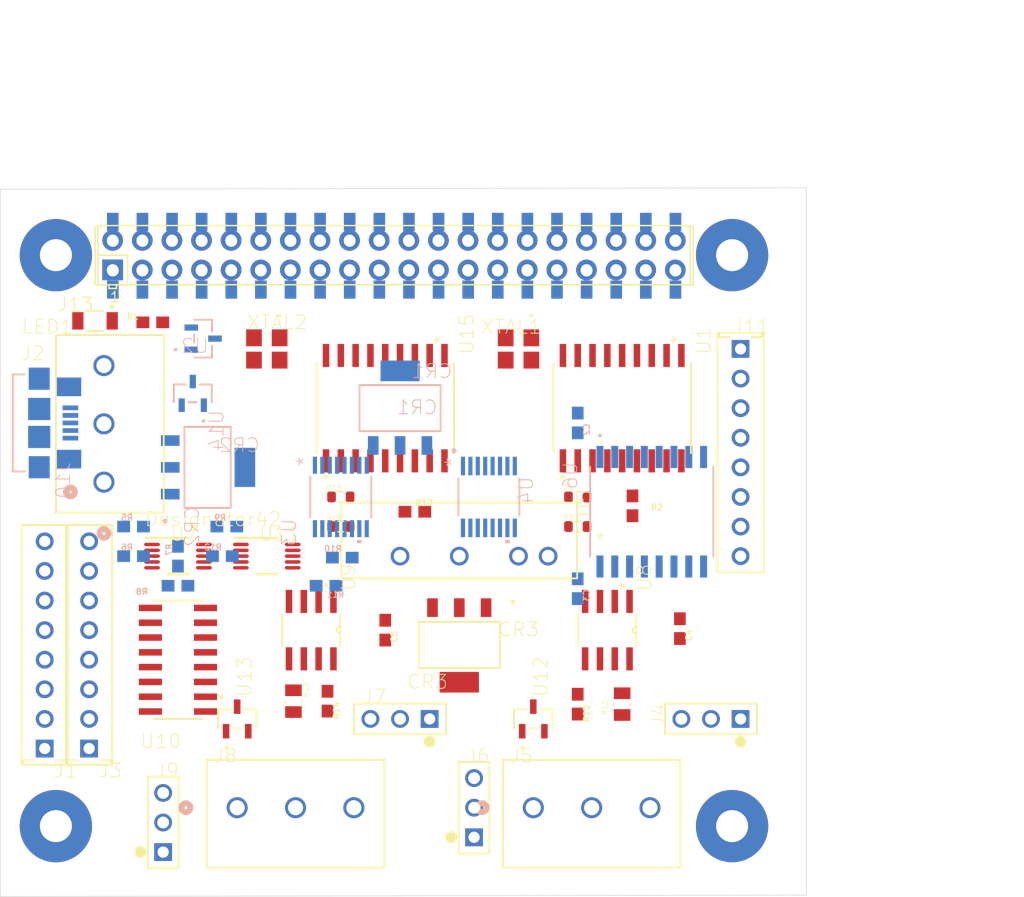
<source format=kicad_pcb>
(kicad_pcb (version 20221018) (generator pcbnew)
  (layers (0 "F.Cu" signal) (31 "B.Cu" signal) (34 "B.Paste" user) (35 "F.Paste" user) (36 "B.SilkS" user "B.Silkscreen") (37 "F.SilkS" user "F.Silkscreen") (38 "B.Mask" user) (39 "F.Mask" user) (44 "Edge.Cuts" user))
  (net 0 "")
  (net 1 "GND")
  (net 2 "N$5")
  (net 3 "SPI0_CE0")
  (net 4 "SPI0_MISO")
  (net 5 "SPI0_MOSI")
  (net 6 "SPI0_SCK")
  (net 7 "CAN0_INT")
  (net 8 "+3V3")
  (net 9 "N$6")
  (net 10 "N$7")
  (net 11 "V+")
  (net 12 "GNDA")
  (net 13 "TXD0")
  (net 14 "RXD0")
  (net 15 "RXD1")
  (net 16 "TXD0B")
  (net 17 "TXD1B")
  (net 18 "RXD0B")
  (net 19 "RXD1B")
  (net 20 "N$8")
  (net 21 "N$11")
  (net 22 "N$12")
  (net 23 "N$13")
  (net 24 "N$14")
  (net 25 "N$15")
  (net 26 "N$9")
  (net 27 "N$17")
  (net 28 "N$18")
  (net 29 "N$19")
  (net 30 "N$20")
  (net 31 "N$21")
  (net 32 "N$10")
  (net 33 "N$16")
  (net 34 "SPI0_CE1")
  (net 35 "PI_SCL")
  (net 36 "PI_SDA")
  (net 37 "PI_TXD")
  (net 38 "PI_RXD")
  (net 39 "PI_GPIO17")
  (net 40 "PI_GPIO18")
  (net 41 "PI_GPIO27")
  (net 42 "PI_GPIO22")
  (net 43 "PI_GPIO23")
  (net 44 "PI_GPIO24")
  (net 45 "VDD")
  (net 46 "N$28")
  (net 47 "N$31")
  (net 48 "N$33")
  (net 49 "N$34")
  (net 50 "N$35")
  (net 51 "N$36")
  (net 52 "N$37")
  (net 53 "N$38")
  (net 54 "N$39")
  (net 55 "N$22")
  (net 56 "N$23")
  (net 57 "N$24")
  (net 58 "N$25")
  (net 59 "N$26")
  (net 60 "N$27")
  (net 61 "N$40")
  (net 62 "N$43")
  (net 63 "N$46")
  (net 64 "N$47")
  (net 65 "N$41")
  (net 66 "VCC")
  (net 67 "N$42")
  (net 68 "N$44")
  (net 69 "N$45")
  (net 70 "N$48")
  (net 71 "N$49")
  (net 72 "N$50")
  (net 73 "N$51")
  (net 74 "N$52")
  (net 75 "N$29")
  (net 76 "N$30")
  (net 77 "N$53")
  (net 78 "N$32")
  (net 79 "N$2")
  (net 80 "N$1")
  (net 81 "N$3")
  (net 82 "N$4")
  (net 83 "N$54")
  (net 84 "+5V")
  (net 85 "N$55")
  (net 86 "PI_GPIO25")
  (net 87 "N$56")
  (net 88 "N$57")
  (net 89 "N$58")
  (net 90 "CAN1_INT")
  (net 91 "N$64")
  (net 92 "N$65")
  (net 93 "PI_GPIO04")
  (net 94 "PI_GPIO05")
  (net 95 "PI_GPIO06")
  (net 96 "PI_GPIO12")
  (net 97 "PI_GPIO13")
  (net 98 "PI_GPIO19")
  (net 99 "PI_GPIO16")
  (net 100 "PI_GPIO26")
  (net 101 "PI_GPIO20")
  (net 102 "PI_GPIO21")
  (net 103 "PI_SC")
  (net 104 "PI_SD")
  (footprint "TSX-3225_16.0000MF18X-AC6_EPS" (layer "F.Cu") (at 158.3816 88.4251 -90)
    (fp_text reference "XTAL1" (at -1.905 3.2766) (layer "F.SilkS") (effects (font (size 1.198372 1.198372) (thickness 0.071628)) (justify left)))
    (fp_text value "TSX-3225_16.0000MF18X-AC6")
    (pad "1" smd rect (at -0.9559 -1.1 270) (size 1.4478 1.3462) (layers "F.Cu" "F.Paste" "F.Mask") (net 80 "N$1"))
    (pad "2" smd rect (at -0.9559 1.1 270) (size 1.4478 1.3462) (layers "F.Cu" "F.Paste" "F.Mask") (net 1 "GND"))
    (pad "3" smd rect (at 0.9559 1.1 270) (size 1.4478 1.3462) (layers "F.Cu" "F.Paste" "F.Mask") (net 79 "N$2"))
    (pad "4" smd rect (at 0.9559 -1.1 270) (size 1.4478 1.3462) (layers "F.Cu" "F.Paste" "F.Mask") (net 1 "GND"))
  )
  (footprint "CON8_1X8_P100UM_HDR" (layer "F.Cu") (at 177.4316 106.2051 -90)
    (fp_text reference "J11" (at -19.685 0.7366) (layer "F.SilkS") (effects (font (size 1.198372 1.198372) (thickness 0.071628)) (justify left)))
    (fp_text value "828214-8")
    (pad "1" thru_hole rect (at -17.78 0 270) (size 1.524 1.524) (drill 0.9652) (layers "*.Cu" "*.Mask") (net 1 "GND"))
    (pad "2" thru_hole circle (at -15.24 0 270) (size 1.524 1.524) (drill 0.9652) (layers "*.Cu" "*.Mask") (net 92 "N$65"))
    (pad "3" thru_hole circle (at -12.7 0 270) (size 1.524 1.524) (drill 0.9652) (layers "*.Cu" "*.Mask") (net 91 "N$64"))
    (pad "4" thru_hole circle (at -10.16 0 270) (size 1.524 1.524) (drill 0.9652) (layers "*.Cu" "*.Mask") (net 34 "SPI0_CE1"))
    (pad "5" thru_hole circle (at -7.62 0 270) (size 1.524 1.524) (drill 0.9652) (layers "*.Cu" "*.Mask") (net 3 "SPI0_CE0"))
    (pad "6" thru_hole circle (at -5.08 0 270) (size 1.524 1.524) (drill 0.9652) (layers "*.Cu" "*.Mask") (net 6 "SPI0_SCK"))
    (pad "7" thru_hole circle (at -2.54 0 270) (size 1.524 1.524) (drill 0.9652) (layers "*.Cu" "*.Mask") (net 4 "SPI0_MISO"))
    (pad "8" thru_hole circle (at 0 0 270) (size 1.524 1.524) (drill 0.9652) (layers "*.Cu" "*.Mask") (net 5 "SPI0_MOSI"))
  )
  (footprint "SOT-223_STM" (layer "F.Cu") (at 153.3016 113.8251 180)
    (fp_text reference "CR3" (at 4.5466 -3.175) (layer "F.SilkS") (effects (font (size 1.198372 1.198372) (thickness 0.071628)) (justify left)))
    (fp_text value "LD1117S33CTR")
    (fp_text user "${REFERENCE}" (at -3.2766 0.635 180) (layer "F.SilkS") (effects (font (size 1.1938 1.1938) (thickness 0.0762)) (justify left bottom)))
    (fp_poly (pts (xy 1.6764 -2.3241) (xy -1.6764 -2.3241) (xy -1.6764 -4.0767) (xy 1.6764 -4.0767)) (fill solid) (layer "F.Cu"))
    (fp_poly (pts (xy 1.6764 -2.3241) (xy -1.6764 -2.3241) (xy -1.6764 -4.0767) (xy 1.6764 -4.0767)) (fill solid) (layer "F.Cu"))
    (pad "1" smd rect (at -2.3 3.2004 180) (size 0.9144 1.6002) (layers "F.Cu" "F.Paste" "F.Mask") (net 12 "GNDA"))
    (pad "2" smd rect (at 0 3.2004 180) (size 0.9144 1.6002) (layers "F.Cu" "F.Paste" "F.Mask") (net 11 "V+"))
    (pad "3" smd rect (at 2.3 3.2004 180) (size 0.9144 1.6002) (layers "F.Cu" "F.Paste" "F.Mask") (net 83 "N$54"))
  )
  (footprint "0603" (layer "F.Cu") (at 146.9516 112.5551 -90)
    (fp_text reference "C5" (at 0 -0.762 90) (layer "F.SilkS") (effects (font (size 0.512064 0.512064) (thickness 0.097536)) (justify right)))
    (fp_text value "10nF")
    (pad "1" smd rect (at -0.85 0 270) (size 1.1 1) (layers "F.Cu" "F.Paste" "F.Mask") (net 11 "V+"))
    (pad "2" smd rect (at 0.85 0 270) (size 1.1 1) (layers "F.Cu" "F.Paste" "F.Mask") (net 12 "GNDA"))
  )
  (footprint "77311-101-03LF_AMP" (layer "F.Cu") (at 177.4316 120.1751)
    (fp_text reference "J4" (at -6.985 0.7366 90) (layer "F.SilkS") (effects (font (size 1.198372 1.198372) (thickness 0.071628)) (justify left)))
    (fp_text value "77311-101-03LF")
    (pad "1" thru_hole rect (at 0 0) (size 1.524 1.524) (drill 0.9652) (layers "*.Cu" "*.Mask"))
    (pad "2" thru_hole circle (at -2.54 0) (size 1.524 1.524) (drill 1.016) (layers "*.Cu" "*.Mask") (net 26 "N$9"))
    (pad "3" thru_hole circle (at -5.08 0) (size 1.524 1.524) (drill 1.016) (layers "*.Cu" "*.Mask") (net 24 "N$14"))
  )
  (footprint "77311-101-03LF_AMP" (layer "F.Cu") (at 150.7616 120.1751)
    (fp_text reference "J7" (at -5.8166 -1.905) (layer "F.SilkS") (effects (font (size 1.198372 1.198372) (thickness 0.071628)) (justify left)))
    (fp_text value "77311-101-03LF")
    (pad "1" thru_hole rect (at 0 0) (size 1.524 1.524) (drill 0.9652) (layers "*.Cu" "*.Mask"))
    (pad "2" thru_hole circle (at -2.54 0) (size 1.524 1.524) (drill 1.016) (layers "*.Cu" "*.Mask") (net 31 "N$21"))
    (pad "3" thru_hole circle (at -5.08 0) (size 1.524 1.524) (drill 1.016) (layers "*.Cu" "*.Mask") (net 29 "N$19"))
  )
  (footprint "SOIC16-N_MC_MCH" (layer "F.Cu") (at 129.1716 115.0951)
    (fp_text reference "U10" (at -3.2766 6.985) (layer "F.SilkS") (effects (font (size 1.198372 1.198372) (thickness 0.071628)) (justify left)))
    (fp_text value "MCP3008T-I/SL")
    (fp_text user "*" (at -3.2004 -4.8768) (layer "F.SilkS") (effects (font (size 1.1938 1.1938) (thickness 0.0762)) (justify left bottom)))
    (pad "1" smd rect (at -2.3622 -4.445) (size 1.9812 0.5588) (layers "F.Cu" "F.Paste" "F.Mask") (net 74 "N$52"))
    (pad "2" smd rect (at -2.3622 -3.175) (size 1.9812 0.5588) (layers "F.Cu" "F.Paste" "F.Mask") (net 73 "N$51"))
    (pad "3" smd rect (at -2.3622 -1.905) (size 1.9812 0.5588) (layers "F.Cu" "F.Paste" "F.Mask") (net 72 "N$50"))
    (pad "4" smd rect (at -2.3622 -0.635) (size 1.9812 0.5588) (layers "F.Cu" "F.Paste" "F.Mask") (net 71 "N$49"))
    (pad "5" smd rect (at -2.3622 0.635) (size 1.9812 0.5588) (layers "F.Cu" "F.Paste" "F.Mask") (net 70 "N$48"))
    (pad "6" smd rect (at -2.3622 1.905) (size 1.9812 0.5588) (layers "F.Cu" "F.Paste" "F.Mask") (net 69 "N$45"))
    (pad "7" smd rect (at -2.3622 3.175) (size 1.9812 0.5588) (layers "F.Cu" "F.Paste" "F.Mask") (net 68 "N$44"))
    (pad "8" smd rect (at -2.3622 4.445) (size 1.9812 0.5588) (layers "F.Cu" "F.Paste" "F.Mask") (net 67 "N$42"))
    (pad "9" smd rect (at 2.3622 4.445) (size 1.9812 0.5588) (layers "F.Cu" "F.Paste" "F.Mask") (net 12 "GNDA"))
    (pad "10" smd rect (at 2.3622 3.175) (size 1.9812 0.5588) (layers "F.Cu" "F.Paste" "F.Mask") (net 47 "N$31"))
    (pad "11" smd rect (at 2.3622 1.905) (size 1.9812 0.5588) (layers "F.Cu" "F.Paste" "F.Mask") (net 76 "N$30"))
    (pad "12" smd rect (at 2.3622 0.635) (size 1.9812 0.5588) (layers "F.Cu" "F.Paste" "F.Mask") (net 75 "N$29"))
    (pad "13" smd rect (at 2.3622 -0.635) (size 1.9812 0.5588) (layers "F.Cu" "F.Paste" "F.Mask") (net 77 "N$53"))
    (pad "14" smd rect (at 2.3622 -1.905) (size 1.9812 0.5588) (layers "F.Cu" "F.Paste" "F.Mask") (net 12 "GNDA"))
    (pad "15" smd rect (at 2.3622 -3.175) (size 1.9812 0.5588) (layers "F.Cu" "F.Paste" "F.Mask") (net 11 "V+"))
    (pad "16" smd rect (at 2.3622 -4.445) (size 1.9812 0.5588) (layers "F.Cu" "F.Paste" "F.Mask") (net 11 "V+"))
  )
  (footprint "SOT23-3_SM24CANB-02HTG_LTF" (layer "F.Cu") (at 134.2516 120.1751)
    (fp_text reference "U13" (at 0.635 -1.8034 90) (layer "F.SilkS") (effects (font (size 1.198372 1.198372) (thickness 0.071628)) (justify left)))
    (fp_text value "SM24CANB-02HTG")
    (pad "1" smd rect (at -0.9525 1.0541) (size 0.5588 1.2446) (layers "F.Cu" "F.Paste" "F.Mask") (net 29 "N$19"))
    (pad "2" smd rect (at 0.9525 1.0541) (size 0.5588 1.2446) (layers "F.Cu" "F.Paste" "F.Mask") (net 28 "N$18"))
    (pad "3" smd rect (at 0 -1.0541) (size 0.5588 1.2446) (layers "F.Cu" "F.Paste" "F.Mask") (net 12 "GNDA"))
  )
  (footprint "SULLINS_NPTC202KFMS-RC" (layer "F.Cu") (at 147.7136 80.4241)
    (fp_text reference "J13" (at -28.956 4.191) (layer "F.SilkS") (effects (font (size 1.176528 1.176528) (thickness 0.093472)) (justify left)))
    (fp_text value "NPTC202KFMS-RC")
    (pad "" np_thru_hole circle (at -24.13 -1.27) (size 1.02 1.02) (drill 1.02) (layers "*.Cu" "*.Mask"))
    (pad "" np_thru_hole circle (at -24.13 1.27) (size 1.02 1.02) (drill 1.02) (layers "*.Cu" "*.Mask"))
    (pad "" np_thru_hole circle (at -21.59 -1.27) (size 1.02 1.02) (drill 1.02) (layers "*.Cu" "*.Mask"))
    (pad "" np_thru_hole circle (at -21.59 1.27) (size 1.02 1.02) (drill 1.02) (layers "*.Cu" "*.Mask"))
    (pad "" np_thru_hole circle (at -19.05 -1.27) (size 1.02 1.02) (drill 1.02) (layers "*.Cu" "*.Mask"))
    (pad "" np_thru_hole circle (at -19.05 1.27) (size 1.02 1.02) (drill 1.02) (layers "*.Cu" "*.Mask"))
    (pad "" np_thru_hole circle (at -16.51 -1.27) (size 1.02 1.02) (drill 1.02) (layers "*.Cu" "*.Mask"))
    (pad "" np_thru_hole circle (at -16.51 1.27) (size 1.02 1.02) (drill 1.02) (layers "*.Cu" "*.Mask"))
    (pad "" np_thru_hole circle (at -13.97 -1.27) (size 1.02 1.02) (drill 1.02) (layers "*.Cu" "*.Mask"))
    (pad "" np_thru_hole circle (at -13.97 1.27) (size 1.02 1.02) (drill 1.02) (layers "*.Cu" "*.Mask"))
    (pad "" np_thru_hole circle (at -11.43 -1.27) (size 1.02 1.02) (drill 1.02) (layers "*.Cu" "*.Mask"))
    (pad "" np_thru_hole circle (at -11.43 1.27) (size 1.02 1.02) (drill 1.02) (layers "*.Cu" "*.Mask"))
    (pad "" np_thru_hole circle (at -8.89 -1.27) (size 1.02 1.02) (drill 1.02) (layers "*.Cu" "*.Mask"))
    (pad "" np_thru_hole circle (at -8.89 1.27) (size 1.02 1.02) (drill 1.02) (layers "*.Cu" "*.Mask"))
    (pad "" np_thru_hole circle (at -6.35 -1.27) (size 1.02 1.02) (drill 1.02) (layers "*.Cu" "*.Mask"))
    (pad "" np_thru_hole circle (at -6.35 1.27) (size 1.02 1.02) (drill 1.02) (layers "*.Cu" "*.Mask"))
    (pad "" np_thru_hole circle (at -3.81 -1.27) (size 1.02 1.02) (drill 1.02) (layers "*.Cu" "*.Mask"))
    (pad "" np_thru_hole circle (at -3.81 1.27) (size 1.02 1.02) (drill 1.02) (layers "*.Cu" "*.Mask"))
    (pad "" np_thru_hole circle (at -1.27 -1.27) (size 1.02 1.02) (drill 1.02) (layers "*.Cu" "*.Mask"))
    (pad "" np_thru_hole circle (at -1.27 1.27) (size 1.02 1.02) (drill 1.02) (layers "*.Cu" "*.Mask"))
    (pad "" np_thru_hole circle (at 1.27 -1.27) (size 1.02 1.02) (drill 1.02) (layers "*.Cu" "*.Mask"))
    (pad "" np_thru_hole circle (at 1.27 1.27) (size 1.02 1.02) (drill 1.02) (layers "*.Cu" "*.Mask"))
    (pad "" np_thru_hole circle (at 3.81 -1.27) (size 1.02 1.02) (drill 1.02) (layers "*.Cu" "*.Mask"))
    (pad "" np_thru_hole circle (at 3.81 1.27) (size 1.02 1.02) (drill 1.02) (layers "*.Cu" "*.Mask"))
    (pad "" np_thru_hole circle (at 6.35 -1.27) (size 1.02 1.02) (drill 1.02) (layers "*.Cu" "*.Mask"))
    (pad "" np_thru_hole circle (at 6.35 1.27) (size 1.02 1.02) (drill 1.02) (layers "*.Cu" "*.Mask"))
    (pad "" np_thru_hole circle (at 8.89 -1.27) (size 1.02 1.02) (drill 1.02) (layers "*.Cu" "*.Mask"))
    (pad "" np_thru_hole circle (at 8.89 1.27) (size 1.02 1.02) (drill 1.02) (layers "*.Cu" "*.Mask"))
    (pad "" np_thru_hole circle (at 11.43 -1.27) (size 1.02 1.02) (drill 1.02) (layers "*.Cu" "*.Mask"))
    (pad "" np_thru_hole circle (at 11.43 1.27) (size 1.02 1.02) (drill 1.02) (layers "*.Cu" "*.Mask"))
    (pad "" np_thru_hole circle (at 13.97 -1.27) (size 1.02 1.02) (drill 1.02) (layers "*.Cu" "*.Mask"))
    (pad "" np_thru_hole circle (at 13.97 1.27) (size 1.02 1.02) (drill 1.02) (layers "*.Cu" "*.Mask"))
    (pad "" np_thru_hole circle (at 16.51 -1.27) (size 1.02 1.02) (drill 1.02) (layers "*.Cu" "*.Mask"))
    (pad "" np_thru_hole circle (at 16.51 1.27) (size 1.02 1.02) (drill 1.02) (layers "*.Cu" "*.Mask"))
    (pad "" np_thru_hole circle (at 19.05 -1.27) (size 1.02 1.02) (drill 1.02) (layers "*.Cu" "*.Mask"))
    (pad "" np_thru_hole circle (at 19.05 1.27) (size 1.02 1.02) (drill 1.02) (layers "*.Cu" "*.Mask"))
    (pad "" np_thru_hole circle (at 21.59 -1.27) (size 1.02 1.02) (drill 1.02) (layers "*.Cu" "*.Mask"))
    (pad "" np_thru_hole circle (at 21.59 1.27) (size 1.02 1.02) (drill 1.02) (layers "*.Cu" "*.Mask"))
    (pad "" np_thru_hole circle (at 24.13 -1.27) (size 1.02 1.02) (drill 1.02) (layers "*.Cu" "*.Mask"))
    (pad "" np_thru_hole circle (at 24.13 1.27) (size 1.02 1.02) (drill 1.02) (layers "*.Cu" "*.Mask"))
    (pad "1" smd rect (at -24.13 2.905) (size 1 1.56) (layers "B.Cu" "B.Paste" "B.Mask") (net 45 "VDD"))
    (pad "2" smd rect (at -24.13 -2.905) (size 1 1.56) (layers "B.Cu" "B.Paste" "B.Mask") (net 84 "+5V"))
    (pad "3" smd rect (at -21.59 2.905) (size 1 1.56) (layers "B.Cu" "B.Paste" "B.Mask") (net 36 "PI_SDA"))
    (pad "4" smd rect (at -21.59 -2.905) (size 1 1.56) (layers "B.Cu" "B.Paste" "B.Mask") (net 84 "+5V"))
    (pad "5" smd rect (at -19.05 2.905) (size 1 1.56) (layers "B.Cu" "B.Paste" "B.Mask") (net 35 "PI_SCL"))
    (pad "6" smd rect (at -19.05 -2.905) (size 1 1.56) (layers "B.Cu" "B.Paste" "B.Mask") (net 1 "GND"))
    (pad "7" smd rect (at -16.51 2.905) (size 1 1.56) (layers "B.Cu" "B.Paste" "B.Mask") (net 93 "PI_GPIO04"))
    (pad "8" smd rect (at -16.51 -2.905) (size 1 1.56) (layers "B.Cu" "B.Paste" "B.Mask") (net 37 "PI_TXD"))
    (pad "9" smd rect (at -13.97 2.905) (size 1 1.56) (layers "B.Cu" "B.Paste" "B.Mask") (net 1 "GND"))
    (pad "10" smd rect (at -13.97 -2.905) (size 1 1.56) (layers "B.Cu" "B.Paste" "B.Mask") (net 38 "PI_RXD"))
    (pad "11" smd rect (at -11.43 2.905) (size 1 1.56) (layers "B.Cu" "B.Paste" "B.Mask") (net 39 "PI_GPIO17"))
    (pad "12" smd rect (at -11.43 -2.905) (size 1 1.56) (layers "B.Cu" "B.Paste" "B.Mask") (net 40 "PI_GPIO18"))
    (pad "13" smd rect (at -8.89 2.905) (size 1 1.56) (layers "B.Cu" "B.Paste" "B.Mask") (net 41 "PI_GPIO27"))
    (pad "14" smd rect (at -8.89 -2.905) (size 1 1.56) (layers "B.Cu" "B.Paste" "B.Mask") (net 1 "GND"))
    (pad "15" smd rect (at -6.35 2.905) (size 1 1.56) (layers "B.Cu" "B.Paste" "B.Mask") (net 42 "PI_GPIO22"))
    (pad "16" smd rect (at -6.35 -2.905) (size 1 1.56) (layers "B.Cu" "B.Paste" "B.Mask") (net 43 "PI_GPIO23"))
    (pad "17" smd rect (at -3.81 2.905) (size 1 1.56) (layers "B.Cu" "B.Paste" "B.Mask") (net 45 "VDD"))
    (pad "18" smd rect (at -3.81 -2.905) (size 1 1.56) (layers "B.Cu" "B.Paste" "B.Mask") (net 44 "PI_GPIO24"))
    (pad "19" smd rect (at -1.27 2.905) (size 1 1.56) (layers "B.Cu" "B.Paste" "B.Mask") (net 5 "SPI0_MOSI"))
    (pad "20" smd rect (at -1.27 -2.905) (size 1 1.56) (layers "B.Cu" "B.Paste" "B.Mask") (net 1 "GND"))
    (pad "21" smd rect (at 1.27 2.905) (size 1 1.56) (layers "B.Cu" "B.Paste" "B.Mask") (net 4 "SPI0_MISO"))
    (pad "22" smd rect (at 1.27 -2.905) (size 1 1.56) (layers "B.Cu" "B.Paste" "B.Mask") (net 86 "PI_GPIO25"))
    (pad "23" smd rect (at 3.81 2.905) (size 1 1.56) (layers "B.Cu" "B.Paste" "B.Mask") (net 6 "SPI0_SCK"))
    (pad "24" smd rect (at 3.81 -2.905) (size 1 1.56) (layers "B.Cu" "B.Paste" "B.Mask") (net 3 "SPI0_CE0"))
    (pad "25" smd rect (at 6.35 2.905) (size 1 1.56) (layers "B.Cu" "B.Paste" "B.Mask") (net 1 "GND"))
    (pad "26" smd rect (at 6.35 -2.905) (size 1 1.56) (layers "B.Cu" "B.Paste" "B.Mask") (net 34 "SPI0_CE1"))
    (pad "27" smd rect (at 8.89 2.905) (size 1 1.56) (layers "B.Cu" "B.Paste" "B.Mask") (net 104 "PI_SD"))
    (pad "28" smd rect (at 8.89 -2.905) (size 1 1.56) (layers "B.Cu" "B.Paste" "B.Mask") (net 103 "PI_SC"))
    (pad "29" smd rect (at 11.43 2.905) (size 1 1.56) (layers "B.Cu" "B.Paste" "B.Mask") (net 94 "PI_GPIO05"))
    (pad "30" smd rect (at 11.43 -2.905) (size 1 1.56) (layers "B.Cu" "B.Paste" "B.Mask") (net 1 "GND"))
    (pad "31" smd rect (at 13.97 2.905) (size 1 1.56) (layers "B.Cu" "B.Paste" "B.Mask") (net 95 "PI_GPIO06"))
    (pad "32" smd rect (at 13.97 -2.905) (size 1 1.56) (layers "B.Cu" "B.Paste" "B.Mask") (net 96 "PI_GPIO12"))
    (pad "33" smd rect (at 16.51 2.905) (size 1 1.56) (layers "B.Cu" "B.Paste" "B.Mask") (net 97 "PI_GPIO13"))
    (pad "34" smd rect (at 16.51 -2.905) (size 1 1.56) (layers "B.Cu" "B.Paste" "B.Mask") (net 1 "GND"))
    (pad "35" smd rect (at 19.05 2.905) (size 1 1.56) (layers "B.Cu" "B.Paste" "B.Mask") (net 98 "PI_GPIO19"))
    (pad "36" smd rect (at 19.05 -2.905) (size 1 1.56) (layers "B.Cu" "B.Paste" "B.Mask") (net 99 "PI_GPIO16"))
    (pad "37" smd rect (at 21.59 2.905) (size 1 1.56) (layers "B.Cu" "B.Paste" "B.Mask") (net 100 "PI_GPIO26"))
    (pad "38" smd rect (at 21.59 -2.905) (size 1 1.56) (layers "B.Cu" "B.Paste" "B.Mask") (net 101 "PI_GPIO20"))
    (pad "39" smd rect (at 24.13 2.905) (size 1 1.56) (layers "B.Cu" "B.Paste" "B.Mask") (net 1 "GND"))
    (pad "40" smd rect (at 24.13 -2.905) (size 1 1.56) (layers "B.Cu" "B.Paste" "B.Mask") (net 102 "PI_GPIO21"))
  )
  (footprint "TSX-3225_16.0000MF18X-AC6_EPS" (layer "F.Cu") (at 136.7916 88.4251 -90)
    (fp_text reference "XTAL2" (at -2.286 1.7526) (layer "F.SilkS") (effects (font (size 1.198372 1.198372) (thickness 0.071628)) (justify left)))
    (fp_text value "TSX-3225_16.0000MF18X-AC6")
    (pad "1" smd rect (at -0.9559 -1.1 270) (size 1.4478 1.3462) (layers "F.Cu" "F.Paste" "F.Mask") (net 88 "N$57"))
    (pad "2" smd rect (at -0.9559 1.1 270) (size 1.4478 1.3462) (layers "F.Cu" "F.Paste" "F.Mask") (net 1 "GND"))
    (pad "3" smd rect (at 0.9559 1.1 270) (size 1.4478 1.3462) (layers "F.Cu" "F.Paste" "F.Mask") (net 87 "N$56"))
    (pad "4" smd rect (at 0.9559 -1.1 270) (size 1.4478 1.3462) (layers "F.Cu" "F.Paste" "F.Mask") (net 1 "GND"))
  )
  (footprint "RES_0603" (layer "F.Cu") (at 163.4616 101.1251)
    (fp_text reference "R4" (at -1.27 -0.762) (layer "F.SilkS") (effects (font (size 0.455 0.455) (thickness 0.045)) (justify left)))
    (fp_text value "RC0603JR-070RL")
    (pad "1" smd roundrect (at -0.795 0 180) (size 0.74 0.93) (layers "F.Cu" "F.Paste" "F.Mask") (roundrect_rratio 0.255) (net 42 "PI_GPIO22"))
    (pad "2" smd roundrect (at 0.795 0) (size 0.74 0.93) (layers "F.Cu" "F.Paste" "F.Mask") (roundrect_rratio 0.255) (net 7 "CAN0_INT"))
  )
  (footprint "77311-101-03LF_AMP" (layer "F.Cu") (at 154.5716 130.3351 -90)
    (fp_text reference "J6" (at -6.985 0.7366) (layer "F.SilkS") (effects (font (size 1.198372 1.198372) (thickness 0.071628)) (justify left)))
    (fp_text value "77311-101-03LF")
    (pad "1" thru_hole rect (at 0 0 270) (size 1.524 1.524) (drill 0.9652) (layers "*.Cu" "*.Mask") (net 23 "N$13"))
    (pad "2" thru_hole circle (at -2.54 0 270) (size 1.524 1.524) (drill 1.016) (layers "*.Cu" "*.Mask") (net 24 "N$14"))
    (pad "3" thru_hole circle (at -5.08 0 270) (size 1.524 1.524) (drill 1.016) (layers "*.Cu" "*.Mask") (net 12 "GNDA"))
  )
  (footprint "RESC2012X65N" (layer "F.Cu") (at 139.0776 118.6511 -90)
    (fp_text reference "R16" (at -1.69 -1.05 90) (layer "F.SilkS") (effects (font (size 0.4632 0.4632) (thickness 0.0368)) (justify right)))
    (fp_text value "CRGCQ0805F120R")
    (pad "1" smd rect (at -0.935 0 270) (size 1 1.42) (layers "F.Cu" "F.Paste" "F.Mask") (net 28 "N$18"))
    (pad "2" smd rect (at 0.935 0 270) (size 1 1.42) (layers "F.Cu" "F.Paste" "F.Mask") (net 31 "N$21"))
  )
  (footprint "RES_0603" (layer "F.Cu") (at 143.1416 103.6651)
    (fp_text reference "R19" (at -1.27 -0.762) (layer "F.SilkS") (effects (font (size 0.455 0.455) (thickness 0.045)) (justify left)))
    (fp_text value "RC0603JR-070RL")
    (pad "1" smd roundrect (at -0.795 0 180) (size 0.74 0.93) (layers "F.Cu" "F.Paste" "F.Mask") (roundrect_rratio 0.255) (net 44 "PI_GPIO24"))
    (pad "2" smd roundrect (at 0.795 0) (size 0.74 0.93) (layers "F.Cu" "F.Paste" "F.Mask") (roundrect_rratio 0.255) (net 90 "CAN1_INT"))
  )
  (footprint "SOIC18-W_MC_MCH" (layer "F.Cu") (at 167.2716 93.5051 -90)
    (fp_text reference "U1" (at -4.5466 -6.985 270) (layer "F.SilkS") (effects (font (size 1.198372 1.198372) (thickness 0.071628)) (justify left)))
    (fp_text value "MCP2515T-I/SO")
    (fp_text user "*" (at -5.3594 -5.5118 -90) (layer "F.SilkS") (effects (font (size 1.1938 1.1938) (thickness 0.0762)) (justify left bottom)))
    (pad "1" smd rect (at -4.5212 -5.08 270) (size 1.9812 0.5588) (layers "F.Cu" "F.Paste" "F.Mask") (net 13 "TXD0"))
    (pad "2" smd rect (at -4.5212 -3.81 270) (size 1.9812 0.5588) (layers "F.Cu" "F.Paste" "F.Mask") (net 14 "RXD0"))
    (pad "3" smd rect (at -4.5212 -2.54 270) (size 1.9812 0.5588) (layers "F.Cu" "F.Paste" "F.Mask"))
    (pad "4" smd rect (at -4.5212 -1.27 270) (size 1.9812 0.5588) (layers "F.Cu" "F.Paste" "F.Mask"))
    (pad "5" smd rect (at -4.5212 0 270) (size 1.9812 0.5588) (layers "F.Cu" "F.Paste" "F.Mask"))
    (pad "6" smd rect (at -4.5212 1.27 270) (size 1.9812 0.5588) (layers "F.Cu" "F.Paste" "F.Mask"))
    (pad "7" smd rect (at -4.5212 2.54 270) (size 1.9812 0.5588) (layers "F.Cu" "F.Paste" "F.Mask") (net 80 "N$1"))
    (pad "8" smd rect (at -4.5212 3.81 270) (size 1.9812 0.5588) (layers "F.Cu" "F.Paste" "F.Mask") (net 79 "N$2"))
    (pad "9" smd rect (at -4.5212 5.08 270) (size 1.9812 0.5588) (layers "F.Cu" "F.Paste" "F.Mask") (net 1 "GND"))
    (pad "10" smd rect (at 4.5212 5.08 270) (size 1.9812 0.5588) (layers "F.Cu" "F.Paste" "F.Mask"))
    (pad "11" smd rect (at 4.5212 3.81 270) (size 1.9812 0.5588) (layers "F.Cu" "F.Paste" "F.Mask"))
    (pad "12" smd rect (at 4.5212 2.54 270) (size 1.9812 0.5588) (layers "F.Cu" "F.Paste" "F.Mask") (net 7 "CAN0_INT"))
    (pad "13" smd rect (at 4.5212 1.27 270) (size 1.9812 0.5588) (layers "F.Cu" "F.Paste" "F.Mask") (net 6 "SPI0_SCK"))
    (pad "14" smd rect (at 4.5212 0 270) (size 1.9812 0.5588) (layers "F.Cu" "F.Paste" "F.Mask") (net 5 "SPI0_MOSI"))
    (pad "15" smd rect (at 4.5212 -1.27 270) (size 1.9812 0.5588) (layers "F.Cu" "F.Paste" "F.Mask") (net 4 "SPI0_MISO"))
    (pad "16" smd rect (at 4.5212 -2.54 270) (size 1.9812 0.5588) (layers "F.Cu" "F.Paste" "F.Mask") (net 3 "SPI0_CE0"))
    (pad "17" smd rect (at 4.5212 -3.81 270) (size 1.9812 0.5588) (layers "F.Cu" "F.Paste" "F.Mask") (net 2 "N$5"))
    (pad "18" smd rect (at 4.5212 -5.08 270) (size 1.9812 0.5588) (layers "F.Cu" "F.Paste" "F.Mask") (net 8 "+3V3"))
  )
  (footprint "B0505LS-1WR2_MNS" (layer "F.Cu") (at 160.9216 106.2051 180)
    (fp_text reference "U5" (at -3.0988 3.2766 270) (layer "F.SilkS") (effects (font (size 1.198372 1.198372) (thickness 0.071628)) (justify left)))
    (fp_text value "B0505LS-1WR2")
    (fp_text user "*" (at -3.9624 0.635 180) (layer "F.SilkS") (effects (font (size 1.1938 1.1938) (thickness 0.0762)) (justify left bottom)))
    (pad "1" thru_hole circle (at 0 0 180) (size 1.6002 1.6002) (drill 1.0922) (layers "*.Cu" "*.Mask") (net 66 "VCC"))
    (pad "2" thru_hole circle (at 2.54 0 180) (size 1.6002 1.6002) (drill 1.0922) (layers "*.Cu" "*.Mask") (net 1 "GND"))
    (pad "4" thru_hole circle (at 7.62 0 180) (size 1.6002 1.6002) (drill 1.0922) (layers "*.Cu" "*.Mask") (net 12 "GNDA"))
    (pad "6" thru_hole circle (at 12.7 0 180) (size 1.6002 1.6002) (drill 1.0922) (layers "*.Cu" "*.Mask") (net 83 "N$54"))
  )
  (footprint "RES_0603" (layer "F.Cu") (at 163.4616 103.6651)
    (fp_text reference "R3" (at -1.27 -0.762) (layer "F.SilkS") (effects (font (size 0.455 0.455) (thickness 0.045)) (justify left)))
    (fp_text value "RC0603JR-070RL")
    (pad "1" smd roundrect (at -0.795 0 180) (size 0.74 0.93) (layers "F.Cu" "F.Paste" "F.Mask") (roundrect_rratio 0.255) (net 43 "PI_GPIO23"))
    (pad "2" smd roundrect (at 0.795 0) (size 0.74 0.93) (layers "F.Cu" "F.Paste" "F.Mask") (roundrect_rratio 0.255) (net 7 "CAN0_INT"))
  )
  (footprint "0603" (layer "F.Cu") (at 163.4616 118.9051 -90)
    (fp_text reference "R13" (at 0 -0.762 90) (layer "F.SilkS") (effects (font (size 0.512064 0.512064) (thickness 0.097536)) (justify right)))
    (fp_text value "1k")
    (pad "1" smd rect (at -0.85 0 270) (size 1.1 1) (layers "F.Cu" "F.Paste" "F.Mask") (net 22 "N$12"))
    (pad "2" smd rect (at 0.85 0 270) (size 1.1 1) (layers "F.Cu" "F.Paste" "F.Mask") (net 12 "GNDA"))
  )
  (footprint "DGS0010A_N" (layer "F.Cu") (at 129.1716 106.2051)
    (fp_text reference "U7" (at -0.7366 -1.905) (layer "F.SilkS") (effects (font (size 1.198372 1.198372) (thickness 0.071628)) (justify left)))
    (fp_text value "ADS1115IDGST")
    (fp_text user "Designator42" (at -2.921 -2.4638) (layer "F.SilkS") (effects (font (size 1.1938 1.1938) (thickness 0.0762)) (justify left bottom)))
    (pad "1" smd roundrect (at -2.225 -1 180) (size 1.35 0.3) (layers "F.Cu" "F.Paste" "F.Mask") (roundrect_rratio 0.5) (net 63 "N$46"))
    (pad "2" smd roundrect (at -2.225 -0.5 180) (size 1.35 0.3) (layers "F.Cu" "F.Paste" "F.Mask") (roundrect_rratio 0.5) (net 64 "N$47"))
    (pad "3" smd roundrect (at -2.225 0 180) (size 1.35 0.3) (layers "F.Cu" "F.Paste" "F.Mask") (roundrect_rratio 0.5) (net 12 "GNDA"))
    (pad "4" smd roundrect (at -2.225 0.5 180) (size 1.35 0.3) (layers "F.Cu" "F.Paste" "F.Mask") (roundrect_rratio 0.5) (net 74 "N$52"))
    (pad "5" smd roundrect (at -2.225 1 180) (size 1.35 0.3) (layers "F.Cu" "F.Paste" "F.Mask") (roundrect_rratio 0.5) (net 73 "N$51"))
    (pad "6" smd roundrect (at 2.225003 1 180) (size 1.35 0.3) (layers "F.Cu" "F.Paste" "F.Mask") (roundrect_rratio 0.5) (net 72 "N$50"))
    (pad "7" smd roundrect (at 2.225003 0.5 180) (size 1.35 0.3) (layers "F.Cu" "F.Paste" "F.Mask") (roundrect_rratio 0.5) (net 71 "N$49"))
    (pad "8" smd roundrect (at 2.225003 0 180) (size 1.35 0.3) (layers "F.Cu" "F.Paste" "F.Mask") (roundrect_rratio 0.5) (net 11 "V+"))
    (pad "9" smd roundrect (at 2.225003 -0.5 180) (size 1.35 0.3) (layers "F.Cu" "F.Paste" "F.Mask") (roundrect_rratio 0.5) (net 53 "N$38"))
    (pad "10" smd roundrect (at 2.225003 -1 180) (size 1.35 0.3) (layers "F.Cu" "F.Paste" "F.Mask") (roundrect_rratio 0.5) (net 49 "N$34"))
  )
  (footprint "SOT23-3_SM24CANB-02HTG_LTF" (layer "F.Cu") (at 159.6516 120.1751)
    (fp_text reference "U12" (at 0.635 -1.8034 90) (layer "F.SilkS") (effects (font (size 1.198372 1.198372) (thickness 0.071628)) (justify left)))
    (fp_text value "SM24CANB-02HTG")
    (pad "1" smd rect (at -0.9525 1.0541) (size 0.5588 1.2446) (layers "F.Cu" "F.Paste" "F.Mask") (net 24 "N$14"))
    (pad "2" smd rect (at 0.9525 1.0541) (size 0.5588 1.2446) (layers "F.Cu" "F.Paste" "F.Mask") (net 23 "N$13"))
    (pad "3" smd rect (at 0 -1.0541) (size 0.5588 1.2446) (layers "F.Cu" "F.Paste" "F.Mask") (net 12 "GNDA"))
  )
  (footprint "SOIC18-W_MC_MCH" (layer "F.Cu") (at 146.9516 93.5051 -90)
    (fp_text reference "U15" (at -4.5466 -6.985 270) (layer "F.SilkS") (effects (font (size 1.198372 1.198372) (thickness 0.071628)) (justify left)))
    (fp_text value "MCP2515T-I/SO")
    (fp_text user "*" (at -5.3594 -5.5118 -90) (layer "F.SilkS") (effects (font (size 1.1938 1.1938) (thickness 0.0762)) (justify left bottom)))
    (pad "1" smd rect (at -4.5212 -5.08 270) (size 1.9812 0.5588) (layers "F.Cu" "F.Paste" "F.Mask") (net 89 "N$58"))
    (pad "2" smd rect (at -4.5212 -3.81 270) (size 1.9812 0.5588) (layers "F.Cu" "F.Paste" "F.Mask") (net 15 "RXD1"))
    (pad "3" smd rect (at -4.5212 -2.54 270) (size 1.9812 0.5588) (layers "F.Cu" "F.Paste" "F.Mask"))
    (pad "4" smd rect (at -4.5212 -1.27 270) (size 1.9812 0.5588) (layers "F.Cu" "F.Paste" "F.Mask"))
    (pad "5" smd rect (at -4.5212 0 270) (size 1.9812 0.5588) (layers "F.Cu" "F.Paste" "F.Mask"))
    (pad "6" smd rect (at -4.5212 1.27 270) (size 1.9812 0.5588) (layers "F.Cu" "F.Paste" "F.Mask"))
    (pad "7" smd rect (at -4.5212 2.54 270) (size 1.9812 0.5588) (layers "F.Cu" "F.Paste" "F.Mask") (net 88 "N$57"))
    (pad "8" smd rect (at -4.5212 3.81 270) (size 1.9812 0.5588) (layers "F.Cu" "F.Paste" "F.Mask") (net 87 "N$56"))
    (pad "9" smd rect (at -4.5212 5.08 270) (size 1.9812 0.5588) (layers "F.Cu" "F.Paste" "F.Mask") (net 1 "GND"))
    (pad "10" smd rect (at 4.5212 5.08 270) (size 1.9812 0.5588) (layers "F.Cu" "F.Paste" "F.Mask"))
    (pad "11" smd rect (at 4.5212 3.81 270) (size 1.9812 0.5588) (layers "F.Cu" "F.Paste" "F.Mask"))
    (pad "12" smd rect (at 4.5212 2.54 270) (size 1.9812 0.5588) (layers "F.Cu" "F.Paste" "F.Mask") (net 90 "CAN1_INT"))
    (pad "13" smd rect (at 4.5212 1.27 270) (size 1.9812 0.5588) (layers "F.Cu" "F.Paste" "F.Mask") (net 6 "SPI0_SCK"))
    (pad "14" smd rect (at 4.5212 0 270) (size 1.9812 0.5588) (layers "F.Cu" "F.Paste" "F.Mask") (net 5 "SPI0_MOSI"))
    (pad "15" smd rect (at 4.5212 -1.27 270) (size 1.9812 0.5588) (layers "F.Cu" "F.Paste" "F.Mask") (net 4 "SPI0_MISO"))
    (pad "16" smd rect (at 4.5212 -2.54 270) (size 1.9812 0.5588) (layers "F.Cu" "F.Paste" "F.Mask") (net 34 "SPI0_CE1"))
    (pad "17" smd rect (at 4.5212 -3.81 270) (size 1.9812 0.5588) (layers "F.Cu" "F.Paste" "F.Mask") (net 85 "N$55"))
    (pad "18" smd rect (at 4.5212 -5.08 270) (size 1.9812 0.5588) (layers "F.Cu" "F.Paste" "F.Mask") (net 8 "+3V3"))
  )
  (footprint "RESC2012X65N" (layer "F.Cu") (at 167.2716 118.9051 90)
    (fp_text reference "R15" (at 0.42 -1.49 90) (layer "F.SilkS") (effects (font (size 0.4632 0.4632) (thickness 0.0368)) (justify right)))
    (fp_text value "CRGCQ0805F120R")
    (pad "1" smd rect (at -0.935 0 90) (size 1 1.42) (layers "F.Cu" "F.Paste" "F.Mask") (net 23 "N$13"))
    (pad "2" smd rect (at 0.935 0 90) (size 1 1.42) (layers "F.Cu" "F.Paste" "F.Mask") (net 26 "N$9"))
  )
  (footprint "CONN_1935174_PXC" (layer "F.Cu") (at 122.8216 99.8551 90)
    (fp_text reference "J2" (at 11.049 -7.1628) (layer "F.SilkS") (effects (font (size 1.198372 1.198372) (thickness 0.071628)) (justify left)))
    (fp_text value "1935174")
    (pad "1" thru_hole circle (at 0 0 90) (size 1.8034 1.8034) (drill 1.2954) (layers "*.Cu" "*.Mask") (net 65 "N$41"))
    (pad "2" thru_hole circle (at 5.0038 0 90) (size 1.8034 1.8034) (drill 1.2954) (layers "*.Cu" "*.Mask"))
    (pad "3" thru_hole circle (at 10.0076 0 90) (size 1.8034 1.8034) (drill 1.2954) (layers "*.Cu" "*.Mask") (net 1 "GND"))
  )
  (footprint "77311-101-03LF_AMP" (layer "F.Cu") (at 127.9016 131.6051 -90)
    (fp_text reference "J9" (at -6.985 0.7366) (layer "F.SilkS") (effects (font (size 1.198372 1.198372) (thickness 0.071628)) (justify left)))
    (fp_text value "77311-101-03LF")
    (pad "1" thru_hole rect (at 0 0 270) (size 1.524 1.524) (drill 0.9652) (layers "*.Cu" "*.Mask") (net 28 "N$18"))
    (pad "2" thru_hole circle (at -2.54 0 270) (size 1.524 1.524) (drill 1.016) (layers "*.Cu" "*.Mask") (net 29 "N$19"))
    (pad "3" thru_hole circle (at -5.08 0 270) (size 1.524 1.524) (drill 1.016) (layers "*.Cu" "*.Mask") (net 12 "GNDA"))
  )
  (footprint "RASPI_BOARD_B+_FULL_PAD" (layer "F.Cu") (at 115.2016 132.8751)
    (fp_text reference "X1" hide)
    (fp_text value "RASPI_BOARD_B+#_FP" hide)
    (fp_text user "1" (at 8.0525 -48.3725) (layer "F.SilkS") (effects (font (size 0.9144 0.9144) (thickness 0.1016)) (justify left bottom)))
    (pad "1" thru_hole rect (at 8.37 -51.23) (size 1.778 1.778) (drill 1) (layers "*.Cu" "*.Mask") (net 45 "VDD"))
    (pad "2" thru_hole circle (at 8.37 -53.77) (size 1.778 1.778) (drill 1) (layers "*.Cu" "*.Mask") (net 84 "+5V"))
    (pad "3" thru_hole circle (at 10.91 -51.23) (size 1.778 1.778) (drill 1) (layers "*.Cu" "*.Mask") (net 36 "PI_SDA"))
    (pad "4" thru_hole circle (at 10.91 -53.77) (size 1.778 1.778) (drill 1) (layers "*.Cu" "*.Mask") (net 84 "+5V"))
    (pad "5" thru_hole circle (at 13.45 -51.23) (size 1.778 1.778) (drill 1) (layers "*.Cu" "*.Mask") (net 35 "PI_SCL"))
    (pad "6" thru_hole circle (at 13.45 -53.77) (size 1.778 1.778) (drill 1) (layers "*.Cu" "*.Mask") (net 1 "GND"))
    (pad "7" thru_hole circle (at 15.99 -51.23) (size 1.778 1.778) (drill 1) (layers "*.Cu" "*.Mask") (net 93 "PI_GPIO04"))
    (pad "8" thru_hole circle (at 15.99 -53.77) (size 1.778 1.778) (drill 1) (layers "*.Cu" "*.Mask") (net 37 "PI_TXD"))
    (pad "9" thru_hole circle (at 18.53 -51.23) (size 1.778 1.778) (drill 1) (layers "*.Cu" "*.Mask") (net 1 "GND"))
    (pad "10" thru_hole circle (at 18.53 -53.77) (size 1.778 1.778) (drill 1) (layers "*.Cu" "*.Mask") (net 38 "PI_RXD"))
    (pad "11" thru_hole circle (at 21.07 -51.23) (size 1.778 1.778) (drill 1) (layers "*.Cu" "*.Mask") (net 39 "PI_GPIO17"))
    (pad "12" thru_hole circle (at 21.07 -53.77) (size 1.778 1.778) (drill 1) (layers "*.Cu" "*.Mask") (net 40 "PI_GPIO18"))
    (pad "13" thru_hole circle (at 23.61 -51.23) (size 1.778 1.778) (drill 1) (layers "*.Cu" "*.Mask") (net 41 "PI_GPIO27"))
    (pad "14" thru_hole circle (at 23.61 -53.77) (size 1.778 1.778) (drill 1) (layers "*.Cu" "*.Mask") (net 1 "GND"))
    (pad "15" thru_hole circle (at 26.15 -51.23) (size 1.778 1.778) (drill 1) (layers "*.Cu" "*.Mask") (net 42 "PI_GPIO22"))
    (pad "16" thru_hole circle (at 26.15 -53.77) (size 1.778 1.778) (drill 1) (layers "*.Cu" "*.Mask") (net 43 "PI_GPIO23"))
    (pad "17" thru_hole circle (at 28.69 -51.23) (size 1.778 1.778) (drill 1) (layers "*.Cu" "*.Mask") (net 45 "VDD"))
    (pad "18" thru_hole circle (at 28.69 -53.77) (size 1.778 1.778) (drill 1) (layers "*.Cu" "*.Mask") (net 44 "PI_GPIO24"))
    (pad "19" thru_hole circle (at 31.23 -51.23) (size 1.778 1.778) (drill 1) (layers "*.Cu" "*.Mask") (net 5 "SPI0_MOSI"))
    (pad "20" thru_hole circle (at 31.23 -53.77) (size 1.778 1.778) (drill 1) (layers "*.Cu" "*.Mask") (net 1 "GND"))
    (pad "21" thru_hole circle (at 33.77 -51.23) (size 1.778 1.778) (drill 1) (layers "*.Cu" "*.Mask") (net 4 "SPI0_MISO"))
    (pad "22" thru_hole circle (at 33.77 -53.77) (size 1.778 1.778) (drill 1) (layers "*.Cu" "*.Mask") (net 86 "PI_GPIO25"))
    (pad "23" thru_hole circle (at 36.31 -51.23) (size 1.778 1.778) (drill 1) (layers "*.Cu" "*.Mask") (net 6 "SPI0_SCK"))
    (pad "24" thru_hole circle (at 36.31 -53.77) (size 1.778 1.778) (drill 1) (layers "*.Cu" "*.Mask") (net 3 "SPI0_CE0"))
    (pad "25" thru_hole circle (at 38.85 -51.23) (size 1.778 1.778) (drill 1) (layers "*.Cu" "*.Mask") (net 1 "GND"))
    (pad "26" thru_hole circle (at 38.85 -53.77) (size 1.778 1.778) (drill 1) (layers "*.Cu" "*.Mask") (net 34 "SPI0_CE1"))
    (pad "27" thru_hole circle (at 41.39 -51.23) (size 1.778 1.778) (drill 1) (layers "*.Cu" "*.Mask") (net 104 "PI_SD"))
    (pad "28" thru_hole circle (at 41.39 -53.77) (size 1.778 1.778) (drill 1) (layers "*.Cu" "*.Mask") (net 103 "PI_SC"))
    (pad "29" thru_hole circle (at 43.93 -51.23) (size 1.778 1.778) (drill 1) (layers "*.Cu" "*.Mask") (net 94 "PI_GPIO05"))
    (pad "30" thru_hole circle (at 43.93 -53.77) (size 1.778 1.778) (drill 1) (layers "*.Cu" "*.Mask") (net 1 "GND"))
    (pad "31" thru_hole circle (at 46.47 -51.23) (size 1.778 1.778) (drill 1) (layers "*.Cu" "*.Mask") (net 95 "PI_GPIO06"))
    (pad "32" thru_hole circle (at 46.47 -53.77) (size 1.778 1.778) (drill 1) (layers "*.Cu" "*.Mask") (net 96 "PI_GPIO12"))
    (pad "33" thru_hole circle (at 49.01 -51.23) (size 1.778 1.778) (drill 1) (layers "*.Cu" "*.Mask") (net 97 "PI_GPIO13"))
    (pad "34" thru_hole circle (at 49.01 -53.77) (size 1.778 1.778) (drill 1) (layers "*.Cu" "*.Mask") (net 1 "GND"))
    (pad "35" thru_hole circle (at 51.55 -51.23) (size 1.778 1.778) (drill 1) (layers "*.Cu" "*.Mask") (net 98 "PI_GPIO19"))
    (pad "36" thru_hole circle (at 51.55 -53.77) (size 1.778 1.778) (drill 1) (layers "*.Cu" "*.Mask") (net 99 "PI_GPIO16"))
    (pad "37" thru_hole circle (at 54.09 -51.23) (size 1.778 1.778) (drill 1) (layers "*.Cu" "*.Mask") (net 100 "PI_GPIO26"))
    (pad "38" thru_hole circle (at 54.09 -53.77) (size 1.778 1.778) (drill 1) (layers "*.Cu" "*.Mask") (net 101 "PI_GPIO20"))
    (pad "39" thru_hole circle (at 56.63 -51.23) (size 1.778 1.778) (drill 1) (layers "*.Cu" "*.Mask") (net 1 "GND"))
    (pad "40" thru_hole circle (at 56.63 -53.77) (size 1.778 1.778) (drill 1) (layers "*.Cu" "*.Mask") (net 102 "PI_GPIO21"))
    (pad "DRILL_1" thru_hole circle (at 3.5 -52.5) (size 6.2 6.2) (drill 2.75) (layers "*.Cu" "*.Mask"))
    (pad "DRILL_2" thru_hole circle (at 61.5 -52.5) (size 6.2 6.2) (drill 2.75) (layers "*.Cu" "*.Mask"))
    (pad "DRILL_3" thru_hole circle (at 3.5 -3.5) (size 6.2 6.2) (drill 2.75) (layers "*.Cu" "*.Mask"))
    (pad "DRILL_4" thru_hole circle (at 61.5 -3.5) (size 6.2 6.2) (drill 2.75) (layers "*.Cu" "*.Mask"))
  )
  (footprint "0603" (layer "F.Cu") (at 149.4916 102.3951)
    (fp_text reference "R17" (at 0 -0.762) (layer "F.SilkS") (effects (font (size 0.512064 0.512064) (thickness 0.097536)) (justify left)))
    (fp_text value "10k")
    (pad "1" smd rect (at -0.85 0) (size 1.1 1) (layers "F.Cu" "F.Paste" "F.Mask") (net 8 "+3V3"))
    (pad "2" smd rect (at 0.85 0) (size 1.1 1) (layers "F.Cu" "F.Paste" "F.Mask") (net 85 "N$55"))
  )
  (footprint "CON8_1X8_P100UM_HDR" (layer "F.Cu") (at 121.5516 104.9351 90)
    (fp_text reference "J3" (at -19.685 0.7366 180) (layer "F.SilkS") (effects (font (size 1.198372 1.198372) (thickness 0.071628)) (justify left)))
    (fp_text value "828214-8")
    (pad "1" thru_hole rect (at -17.78 0 90) (size 1.524 1.524) (drill 0.9652) (layers "*.Cu" "*.Mask") (net 67 "N$42"))
    (pad "2" thru_hole circle (at -15.24 0 90) (size 1.524 1.524) (drill 0.9652) (layers "*.Cu" "*.Mask") (net 68 "N$44"))
    (pad "3" thru_hole circle (at -12.7 0 90) (size 1.524 1.524) (drill 0.9652) (layers "*.Cu" "*.Mask") (net 69 "N$45"))
    (pad "4" thru_hole circle (at -10.16 0 90) (size 1.524 1.524) (drill 0.9652) (layers "*.Cu" "*.Mask") (net 70 "N$48"))
    (pad "5" thru_hole circle (at -7.62 0 90) (size 1.524 1.524) (drill 0.9652) (layers "*.Cu" "*.Mask") (net 71 "N$49"))
    (pad "6" thru_hole circle (at -5.08 0 90) (size 1.524 1.524) (drill 0.9652) (layers "*.Cu" "*.Mask") (net 72 "N$50"))
    (pad "7" thru_hole circle (at -2.54 0 90) (size 1.524 1.524) (drill 0.9652) (layers "*.Cu" "*.Mask") (net 73 "N$51"))
    (pad "8" thru_hole circle (at 0 0 90) (size 1.524 1.524) (drill 0.9652) (layers "*.Cu" "*.Mask") (net 74 "N$52"))
  )
  (footprint "D8" (layer "F.Cu") (at 140.6016 112.5551 -90)
    (fp_text reference "U9" (at -3.2766 -3.175 270) (layer "F.SilkS") (effects (font (size 1.198372 1.198372) (thickness 0.071628)) (justify left)))
    (fp_text value "SN65HVD230QDG4Q1")
    (fp_text user "*" (at -3.302 -2.3368 -90) (layer "F.SilkS") (effects (font (size 1.1938 1.1938) (thickness 0.0762)) (justify left bottom)))
    (pad "1" smd rect (at -2.4638 -1.905 270) (size 1.9812 0.5588) (layers "F.Cu" "F.Paste" "F.Mask") (net 32 "N$10"))
    (pad "2" smd rect (at -2.4638 -0.635 270) (size 1.9812 0.5588) (layers "F.Cu" "F.Paste" "F.Mask") (net 12 "GNDA"))
    (pad "3" smd rect (at -2.4638 0.635 270) (size 1.9812 0.5588) (layers "F.Cu" "F.Paste" "F.Mask") (net 11 "V+"))
    (pad "4" smd rect (at -2.4638 1.905 270) (size 1.9812 0.5588) (layers "F.Cu" "F.Paste" "F.Mask") (net 33 "N$16"))
    (pad "5" smd rect (at 2.4638 1.905 270) (size 1.9812 0.5588) (layers "F.Cu" "F.Paste" "F.Mask") (net 30 "N$20"))
    (pad "6" smd rect (at 2.4638 0.635 270) (size 1.9812 0.5588) (layers "F.Cu" "F.Paste" "F.Mask") (net 29 "N$19"))
    (pad "7" smd rect (at 2.4638 -0.635 270) (size 1.9812 0.5588) (layers "F.Cu" "F.Paste" "F.Mask") (net 28 "N$18"))
    (pad "8" smd rect (at 2.4638 -1.905 270) (size 1.9812 0.5588) (layers "F.Cu" "F.Paste" "F.Mask") (net 27 "N$17"))
  )
  (footprint "DGS0010A_N" (layer "F.Cu") (at 136.7916 106.2051)
    (fp_text reference "U11" (at -0.7366 -1.905) (layer "F.SilkS") (effects (font (size 1.198372 1.198372) (thickness 0.071628)) (justify left)))
    (fp_text value "ADS1015IDGSR")
    (pad "1" smd roundrect (at -2.225 -1 180) (size 1.35 0.3) (layers "F.Cu" "F.Paste" "F.Mask") (roundrect_rratio 0.5) (net 61 "N$40"))
    (pad "2" smd roundrect (at -2.225 -0.5 180) (size 1.35 0.3) (layers "F.Cu" "F.Paste" "F.Mask") (roundrect_rratio 0.5) (net 62 "N$43"))
    (pad "3" smd roundrect (at -2.225 0 180) (size 1.35 0.3) (layers "F.Cu" "F.Paste" "F.Mask") (roundrect_rratio 0.5) (net 12 "GNDA"))
    (pad "4" smd roundrect (at -2.225 0.5 180) (size 1.35 0.3) (layers "F.Cu" "F.Paste" "F.Mask") (roundrect_rratio 0.5) (net 74 "N$52"))
    (pad "5" smd roundrect (at -2.225 1 180) (size 1.35 0.3) (layers "F.Cu" "F.Paste" "F.Mask") (roundrect_rratio 0.5) (net 73 "N$51"))
    (pad "6" smd roundrect (at 2.225003 1 180) (size 1.35 0.3) (layers "F.Cu" "F.Paste" "F.Mask") (roundrect_rratio 0.5) (net 72 "N$50"))
    (pad "7" smd roundrect (at 2.225003 0.5 180) (size 1.35 0.3) (layers "F.Cu" "F.Paste" "F.Mask") (roundrect_rratio 0.5) (net 71 "N$49"))
    (pad "8" smd roundrect (at 2.225003 0 180) (size 1.35 0.3) (layers "F.Cu" "F.Paste" "F.Mask") (roundrect_rratio 0.5) (net 11 "V+"))
    (pad "9" smd roundrect (at 2.225003 -0.5 180) (size 1.35 0.3) (layers "F.Cu" "F.Paste" "F.Mask") (roundrect_rratio 0.5) (net 53 "N$38"))
    (pad "10" smd roundrect (at 2.225003 -1 180) (size 1.35 0.3) (layers "F.Cu" "F.Paste" "F.Mask") (roundrect_rratio 0.5) (net 49 "N$34"))
  )
  (footprint "LED_15-21SURC_S530-A3_TR8_EVE" (layer "F.Cu") (at 122.0596 86.0121)
    (fp_text reference "LED1" (at -6.3246 0.508) (layer "F.SilkS") (effects (font (size 1.198372 1.198372) (thickness 0.071628)) (justify left)))
    (fp_text value "15-21SURC/S530-A3/TR8")
    (pad "1" smd rect (at -1.473 0) (size 0.9652 1.4986) (layers "F.Cu" "F.Paste" "F.Mask") (net 1 "GND"))
    (pad "2" smd rect (at 1.473 0) (size 0.9652 1.4986) (layers "F.Cu" "F.Paste" "F.Mask") (net 9 "N$6"))
  )
  (footprint "CON8_1X8_P100UM_HDR" (layer "F.Cu") (at 117.7416 104.9351 90)
    (fp_text reference "J1" (at -19.685 0.7366 180) (layer "F.SilkS") (effects (font (size 1.198372 1.198372) (thickness 0.071628)) (justify left)))
    (fp_text value "828214-8")
    (pad "1" thru_hole rect (at -17.78 0 90) (size 1.524 1.524) (drill 0.9652) (layers "*.Cu" "*.Mask") (net 12 "GNDA"))
    (pad "2" thru_hole circle (at -15.24 0 90) (size 1.524 1.524) (drill 0.9652) (layers "*.Cu" "*.Mask") (net 12 "GNDA"))
    (pad "3" thru_hole circle (at -12.7 0 90) (size 1.524 1.524) (drill 0.9652) (layers "*.Cu" "*.Mask") (net 12 "GNDA"))
    (pad "4" thru_hole circle (at -10.16 0 90) (size 1.524 1.524) (drill 0.9652) (layers "*.Cu" "*.Mask") (net 12 "GNDA"))
    (pad "5" thru_hole circle (at -7.62 0 90) (size 1.524 1.524) (drill 0.9652) (layers "*.Cu" "*.Mask") (net 12 "GNDA"))
    (pad "6" thru_hole circle (at -5.08 0 90) (size 1.524 1.524) (drill 0.9652) (layers "*.Cu" "*.Mask") (net 12 "GNDA"))
    (pad "7" thru_hole circle (at -2.54 0 90) (size 1.524 1.524) (drill 0.9652) (layers "*.Cu" "*.Mask") (net 12 "GNDA"))
    (pad "8" thru_hole circle (at 0 0 90) (size 1.524 1.524) (drill 0.9652) (layers "*.Cu" "*.Mask") (net 12 "GNDA"))
  )
  (footprint "CONN_1935174_PXC" (layer "F.Cu") (at 134.2516 127.7951)
    (fp_text reference "J8" (at -2.0828 -4.445) (layer "F.SilkS") (effects (font (size 1.198372 1.198372) (thickness 0.071628)) (justify left)))
    (fp_text value "1935174")
    (pad "1" thru_hole circle (at 0 0) (size 1.8034 1.8034) (drill 1.2954) (layers "*.Cu" "*.Mask") (net 28 "N$18"))
    (pad "2" thru_hole circle (at 5.0038 0) (size 1.8034 1.8034) (drill 1.2954) (layers "*.Cu" "*.Mask") (net 29 "N$19"))
    (pad "3" thru_hole circle (at 10.0076 0) (size 1.8034 1.8034) (drill 1.2954) (layers "*.Cu" "*.Mask") (net 12 "GNDA"))
  )
  (footprint "CONN_1935174_PXC" (layer "F.Cu") (at 159.6516 127.7951)
    (fp_text reference "J5" (at -2.0828 -4.445) (layer "F.SilkS") (effects (font (size 1.198372 1.198372) (thickness 0.071628)) (justify left)))
    (fp_text value "1935174")
    (pad "1" thru_hole circle (at 0 0) (size 1.8034 1.8034) (drill 1.2954) (layers "*.Cu" "*.Mask") (net 23 "N$13"))
    (pad "2" thru_hole circle (at 5.0038 0) (size 1.8034 1.8034) (drill 1.2954) (layers "*.Cu" "*.Mask") (net 24 "N$14"))
    (pad "3" thru_hole circle (at 10.0076 0) (size 1.8034 1.8034) (drill 1.2954) (layers "*.Cu" "*.Mask") (net 12 "GNDA"))
  )
  (footprint "D8" (layer "F.Cu") (at 166.0016 112.5551 -90)
    (fp_text reference "U8" (at -3.2766 -3.175 270) (layer "F.SilkS") (effects (font (size 1.198372 1.198372) (thickness 0.071628)) (justify left)))
    (fp_text value "SN65HVD230QDG4Q1")
    (fp_text user "*" (at -3.302 -2.3368 -90) (layer "F.SilkS") (effects (font (size 1.1938 1.1938) (thickness 0.0762)) (justify left bottom)))
    (pad "1" smd rect (at -2.4638 -1.905 270) (size 1.9812 0.5588) (layers "F.Cu" "F.Paste" "F.Mask") (net 20 "N$8"))
    (pad "2" smd rect (at -2.4638 -0.635 270) (size 1.9812 0.5588) (layers "F.Cu" "F.Paste" "F.Mask") (net 12 "GNDA"))
    (pad "3" smd rect (at -2.4638 0.635 270) (size 1.9812 0.5588) (layers "F.Cu" "F.Paste" "F.Mask") (net 11 "V+"))
    (pad "4" smd rect (at -2.4638 1.905 270) (size 1.9812 0.5588) (layers "F.Cu" "F.Paste" "F.Mask") (net 21 "N$11"))
    (pad "5" smd rect (at 2.4638 1.905 270) (size 1.9812 0.5588) (layers "F.Cu" "F.Paste" "F.Mask") (net 25 "N$15"))
    (pad "6" smd rect (at 2.4638 0.635 270) (size 1.9812 0.5588) (layers "F.Cu" "F.Paste" "F.Mask") (net 24 "N$14"))
    (pad "7" smd rect (at 2.4638 -0.635 270) (size 1.9812 0.5588) (layers "F.Cu" "F.Paste" "F.Mask") (net 23 "N$13"))
    (pad "8" smd rect (at 2.4638 -1.905 270) (size 1.9812 0.5588) (layers "F.Cu" "F.Paste" "F.Mask") (net 22 "N$12"))
  )
  (footprint "0603" (layer "F.Cu") (at 168.1606 101.8871 -90)
    (fp_text reference "R2" (at 0.127 -1.524) (layer "F.SilkS") (effects (font (size 0.512064 0.512064) (thickness 0.097536)) (justify left)))
    (fp_text value "10k")
    (pad "1" smd rect (at -0.85 0 270) (size 1.1 1) (layers "F.Cu" "F.Paste" "F.Mask") (net 8 "+3V3"))
    (pad "2" smd rect (at 0.85 0 270) (size 1.1 1) (layers "F.Cu" "F.Paste" "F.Mask") (net 2 "N$5"))
  )
  (footprint "0603" (layer "F.Cu") (at 141.9986 118.6511 -90)
    (fp_text reference "R14" (at 0 -0.762 90) (layer "F.SilkS") (effects (font (size 0.512064 0.512064) (thickness 0.097536)) (justify right)))
    (fp_text value "1k")
    (pad "1" smd rect (at -0.85 0 270) (size 1.1 1) (layers "F.Cu" "F.Paste" "F.Mask") (net 27 "N$17"))
    (pad "2" smd rect (at 0.85 0 270) (size 1.1 1) (layers "F.Cu" "F.Paste" "F.Mask") (net 12 "GNDA"))
  )
  (footprint "0603" (layer "F.Cu") (at 172.2246 112.4281 -90)
    (fp_text reference "C4" (at 0 -0.762 90) (layer "F.SilkS") (effects (font (size 0.512064 0.512064) (thickness 0.097536)) (justify right)))
    (fp_text value "10nF")
    (pad "1" smd rect (at -0.85 0 270) (size 1.1 1) (layers "F.Cu" "F.Paste" "F.Mask") (net 11 "V+"))
    (pad "2" smd rect (at 0.85 0 270) (size 1.1 1) (layers "F.Cu" "F.Paste" "F.Mask") (net 12 "GNDA"))
  )
  (footprint "0603" (layer "F.Cu") (at 127.0126 86.1391)
    (fp_text reference "R1" (at -2.286 -0.508) (layer "F.SilkS") (effects (font (size 0.512064 0.512064) (thickness 0.097536)) (justify left)))
    (fp_text value "4.7k")
    (pad "1" smd rect (at -0.85 0) (size 1.1 1) (layers "F.Cu" "F.Paste" "F.Mask") (net 9 "N$6"))
    (pad "2" smd rect (at 0.85 0) (size 1.1 1) (layers "F.Cu" "F.Paste" "F.Mask") (net 84 "+5V"))
  )
  (footprint "RES_0603" (layer "F.Cu") (at 143.1416 101.1251)
    (fp_text reference "R18" (at -1.27 -0.762) (layer "F.SilkS") (effects (font (size 0.455 0.455) (thickness 0.045)) (justify left)))
    (fp_text value "RC0603JR-070RL")
    (pad "1" smd roundrect (at -0.795 0 180) (size 0.74 0.93) (layers "F.Cu" "F.Paste" "F.Mask") (roundrect_rratio 0.255) (net 86 "PI_GPIO25"))
    (pad "2" smd roundrect (at 0.795 0) (size 0.74 0.93) (layers "F.Cu" "F.Paste" "F.Mask") (roundrect_rratio 0.255) (net 90 "CAN1_INT"))
  )
  (footprint "SOT_05CT215_NEX" (layer "B.Cu") (at 131.3306 87.5361 90)
    (fp_text reference "U2" (at -0.635 0.5334) (layer "B.SilkS") (effects (font (size 1.198372 1.198372) (thickness 0.071628)) (justify left mirror)))
    (fp_text value "PMEG2005CT,215")
    (pad "1" smd rect (at -0.949959 -1.016 90) (size 0.5334 1.1684) (layers "B.Cu" "B.Paste" "B.Mask") (net 82 "N$4"))
    (pad "2" smd rect (at 0.949959 -1.016 90) (size 0.5334 1.1684) (layers "B.Cu" "B.Paste" "B.Mask") (net 65 "N$41"))
    (pad "3" smd rect (at 0 1.016 90) (size 0.5334 1.1684) (layers "B.Cu" "B.Paste" "B.Mask") (net 78 "N$32"))
  )
  (footprint "0603" (layer "B.Cu") (at 125.3616 106.2051 180)
    (fp_text reference "R6" (at 0 0.762) (layer "B.SilkS") (effects (font (size 0.512064 0.512064) (thickness 0.097536)) (justify left mirror)))
    (fp_text value "10k")
    (pad "1" smd rect (at -0.85 0 180) (size 1.1 1) (layers "B.Cu" "B.Paste" "B.Mask") (net 63 "N$46"))
    (pad "2" smd rect (at 0.85 0 180) (size 1.1 1) (layers "B.Cu" "B.Paste" "B.Mask") (net 11 "V+"))
  )
  (footprint "0603" (layer "B.Cu") (at 129.1716 108.7451 180)
    (fp_text reference "R8" (at 2.54 -0.508) (layer "B.SilkS") (effects (font (size 0.512064 0.512064) (thickness 0.097536)) (justify left mirror)))
    (fp_text value "10k")
    (pad "1" smd rect (at -0.85 0 180) (size 1.1 1) (layers "B.Cu" "B.Paste" "B.Mask") (net 49 "N$34"))
    (pad "2" smd rect (at 0.85 0 180) (size 1.1 1) (layers "B.Cu" "B.Paste" "B.Mask") (net 11 "V+"))
  )
  (footprint "0603" (layer "B.Cu") (at 125.3616 103.6651 180)
    (fp_text reference "R5" (at 0 0.762) (layer "B.SilkS") (effects (font (size 0.512064 0.512064) (thickness 0.097536)) (justify left mirror)))
    (fp_text value "10k")
    (pad "1" smd rect (at -0.85 0 180) (size 1.1 1) (layers "B.Cu" "B.Paste" "B.Mask") (net 64 "N$47"))
    (pad "2" smd rect (at 0.85 0 180) (size 1.1 1) (layers "B.Cu" "B.Paste" "B.Mask") (net 11 "V+"))
  )
  (footprint "21-0055H_16_MXM" (layer "B.Cu") (at 143.1416 101.1251 -90)
    (fp_text reference "U3" (at 1.8034 4.445 -90) (layer "B.SilkS") (effects (font (size 1.198372 1.198372) (thickness 0.071628)) (justify left mirror)))
    (fp_text value "MAX14850AEE+")
    (fp_text user "*" (at -3.556 2.4384 90) (layer "B.SilkS") (effects (font (size 1.1938 1.1938) (thickness 0.0762)) (justify left bottom mirror)))
    (pad "1" smd rect (at -2.72415 2.2225 270) (size 1.4605 0.3556) (layers "B.Cu" "B.Paste" "B.Mask") (net 8 "+3V3"))
    (pad "2" smd rect (at -2.72415 1.5875 270) (size 1.4605 0.3556) (layers "B.Cu" "B.Paste" "B.Mask") (net 59 "N$26"))
    (pad "3" smd rect (at -2.72415 0.9525 270) (size 1.4605 0.3556) (layers "B.Cu" "B.Paste" "B.Mask"))
    (pad "4" smd rect (at -2.72415 0.3175 270) (size 1.4605 0.3556) (layers "B.Cu" "B.Paste" "B.Mask"))
    (pad "5" smd rect (at -2.72415 -0.3175 270) (size 1.4605 0.3556) (layers "B.Cu" "B.Paste" "B.Mask"))
    (pad "6" smd rect (at -2.72415 -0.9525 270) (size 1.4605 0.3556) (layers "B.Cu" "B.Paste" "B.Mask") (net 60 "N$27"))
    (pad "7" smd rect (at -2.72415 -1.5875 270) (size 1.4605 0.3556) (layers "B.Cu" "B.Paste" "B.Mask"))
    (pad "8" smd rect (at -2.72415 -2.2225 270) (size 1.4605 0.3556) (layers "B.Cu" "B.Paste" "B.Mask") (net 1 "GND"))
    (pad "9" smd rect (at 2.72415 -2.2225 270) (size 1.4605 0.3556) (layers "B.Cu" "B.Paste" "B.Mask") (net 12 "GNDA"))
    (pad "10" smd rect (at 2.72415 -1.5875 270) (size 1.4605 0.3556) (layers "B.Cu" "B.Paste" "B.Mask") (net 54 "N$39"))
    (pad "11" smd rect (at 2.72415 -0.9525 270) (size 1.4605 0.3556) (layers "B.Cu" "B.Paste" "B.Mask") (net 53 "N$38"))
    (pad "12" smd rect (at 2.72415 -0.3175 270) (size 1.4605 0.3556) (layers "B.Cu" "B.Paste" "B.Mask") (net 52 "N$37"))
    (pad "13" smd rect (at 2.72415 0.3175 270) (size 1.4605 0.3556) (layers "B.Cu" "B.Paste" "B.Mask") (net 51 "N$36"))
    (pad "14" smd rect (at 2.72415 0.9525 270) (size 1.4605 0.3556) (layers "B.Cu" "B.Paste" "B.Mask") (net 50 "N$35"))
    (pad "15" smd rect (at 2.72415 1.5875 270) (size 1.4605 0.3556) (layers "B.Cu" "B.Paste" "B.Mask") (net 49 "N$34"))
    (pad "16" smd rect (at 2.72415 2.2225 270) (size 1.4605 0.3556) (layers "B.Cu" "B.Paste" "B.Mask") (net 11 "V+"))
  )
  (footprint "CONN_10118192-0002LF_AMP" (layer "B.Cu") (at 117.7416 94.7751 90)
    (fp_text reference "J10" (at -3.2766 1.5748 90) (layer "B.SilkS") (effects (font (size 1.198372 1.198372) (thickness 0.071628)) (justify left mirror)))
    (fp_text value "10118192-0002LF")
    (pad "1" smd rect (at -1.3 2.2039 90) (size 0.4064 1.3462) (layers "B.Cu" "B.Paste" "B.Mask") (net 81 "N$3"))
    (pad "2" smd rect (at -0.65 2.2039 90) (size 0.4064 1.3462) (layers "B.Cu" "B.Paste" "B.Mask"))
    (pad "3" smd rect (at 0 2.2039 90) (size 0.4064 1.3462) (layers "B.Cu" "B.Paste" "B.Mask"))
    (pad "4" smd rect (at 0.65 2.2039 90) (size 0.4064 1.3462) (layers "B.Cu" "B.Paste" "B.Mask"))
    (pad "5" smd rect (at 1.3 2.2039 90) (size 0.4064 1.3462) (layers "B.Cu" "B.Paste" "B.Mask") (net 1 "GND"))
    (pad "6" smd rect (at -3.1 2.0789) (size 2.1082 1.6002) (layers "B.Cu" "B.Paste" "B.Mask") (net 1 "GND"))
    (pad "7" smd rect (at 3.1 2.0789) (size 2.1082 1.6002) (layers "B.Cu" "B.Paste" "B.Mask") (net 1 "GND"))
    (pad "8" smd rect (at -3.8 -0.4711) (size 1.8034 1.905) (layers "B.Cu" "B.Paste" "B.Mask") (net 1 "GND"))
    (pad "9" smd rect (at 3.8 -0.4711) (size 1.8034 1.905) (layers "B.Cu" "B.Paste" "B.Mask") (net 1 "GND"))
    (pad "10" smd rect (at -1.2 -0.4711) (size 1.905 1.905) (layers "B.Cu" "B.Paste" "B.Mask") (net 1 "GND"))
    (pad "11" smd rect (at 1.2 -0.4711) (size 1.905 1.905) (layers "B.Cu" "B.Paste" "B.Mask") (net 1 "GND"))
  )
  (footprint "0603" (layer "B.Cu") (at 129.1716 106.2051 -90)
    (fp_text reference "R7" (at 0 0.762 -270) (layer "B.SilkS") (effects (font (size 0.512064 0.512064) (thickness 0.097536)) (justify right mirror)))
    (fp_text value "10k")
    (pad "1" smd rect (at -0.85 0 270) (size 1.1 1) (layers "B.Cu" "B.Paste" "B.Mask") (net 53 "N$38"))
    (pad "2" smd rect (at 0.85 0 270) (size 1.1 1) (layers "B.Cu" "B.Paste" "B.Mask") (net 11 "V+"))
  )
  (footprint "0603" (layer "B.Cu") (at 141.8716 108.7451)
    (fp_text reference "R11" (at 0 0.762) (layer "B.SilkS") (effects (font (size 0.512064 0.512064) (thickness 0.097536)) (justify right mirror)))
    (fp_text value "10k")
    (pad "1" smd rect (at -0.85 0) (size 1.1 1) (layers "B.Cu" "B.Paste" "B.Mask") (net 53 "N$38"))
    (pad "2" smd rect (at 0.85 0) (size 1.1 1) (layers "B.Cu" "B.Paste" "B.Mask") (net 11 "V+"))
  )
  (footprint "0603" (layer "B.Cu") (at 133.3626 103.6651 180)
    (fp_text reference "R9" (at 0 0.762) (layer "B.SilkS") (effects (font (size 0.512064 0.512064) (thickness 0.097536)) (justify left mirror)))
    (fp_text value "10k")
    (pad "1" smd rect (at -0.85 0 180) (size 1.1 1) (layers "B.Cu" "B.Paste" "B.Mask") (net 11 "V+"))
    (pad "2" smd rect (at 0.85 0 180) (size 1.1 1) (layers "B.Cu" "B.Paste" "B.Mask") (net 62 "N$43"))
  )
  (footprint "21-0055Q_E16MS+1F_MXM" (layer "B.Cu") (at 155.8416 101.1251 -90)
    (fp_text reference "U4" (at -1.8034 -3.175 -270) (layer "B.SilkS") (effects (font (size 1.198372 1.198372) (thickness 0.071628)) (justify left mirror)))
    (fp_text value "MAX14431CAEE+")
    (fp_text user "*" (at -3.4798 2.4384 90) (layer "B.SilkS") (effects (font (size 1.1938 1.1938) (thickness 0.0762)) (justify left bottom mirror)))
    (pad "1" smd rect (at -2.6543 2.2225 270) (size 1.6002 0.3556) (layers "B.Cu" "B.Paste" "B.Mask") (net 8 "+3V3"))
    (pad "2" smd rect (at -2.6543 1.5875 270) (size 1.6002 0.3556) (layers "B.Cu" "B.Paste" "B.Mask"))
    (pad "3" smd rect (at -2.6543 0.9525 270) (size 1.6002 0.3556) (layers "B.Cu" "B.Paste" "B.Mask") (net 55 "N$22"))
    (pad "4" smd rect (at -2.6543 0.3175 270) (size 1.6002 0.3556) (layers "B.Cu" "B.Paste" "B.Mask") (net 56 "N$23"))
    (pad "5" smd rect (at -2.6543 -0.3175 270) (size 1.6002 0.3556) (layers "B.Cu" "B.Paste" "B.Mask") (net 57 "N$24"))
    (pad "6" smd rect (at -2.6543 -0.9525 270) (size 1.6002 0.3556) (layers "B.Cu" "B.Paste" "B.Mask") (net 58 "N$25"))
    (pad "7" smd rect (at -2.6543 -1.5875 270) (size 1.6002 0.3556) (layers "B.Cu" "B.Paste" "B.Mask"))
    (pad "8" smd rect (at -2.6543 -2.2225 270) (size 1.6002 0.3556) (layers "B.Cu" "B.Paste" "B.Mask") (net 1 "GND"))
    (pad "9" smd rect (at 2.6543 -2.2225 270) (size 1.6002 0.3556) (layers "B.Cu" "B.Paste" "B.Mask") (net 12 "GNDA"))
    (pad "10" smd rect (at 2.6543 -1.5875 270) (size 1.6002 0.3556) (layers "B.Cu" "B.Paste" "B.Mask") (net 48 "N$33"))
    (pad "11" smd rect (at 2.6543 -0.9525 270) (size 1.6002 0.3556) (layers "B.Cu" "B.Paste" "B.Mask") (net 75 "N$29"))
    (pad "12" smd rect (at 2.6543 -0.3175 270) (size 1.6002 0.3556) (layers "B.Cu" "B.Paste" "B.Mask") (net 47 "N$31"))
    (pad "13" smd rect (at 2.6543 0.3175 270) (size 1.6002 0.3556) (layers "B.Cu" "B.Paste" "B.Mask") (net 76 "N$30"))
    (pad "14" smd rect (at 2.6543 0.9525 270) (size 1.6002 0.3556) (layers "B.Cu" "B.Paste" "B.Mask") (net 77 "N$53"))
    (pad "15" smd rect (at 2.6543 1.5875 270) (size 1.6002 0.3556) (layers "B.Cu" "B.Paste" "B.Mask") (net 46 "N$28"))
    (pad "16" smd rect (at 2.6543 2.2225 270) (size 1.6002 0.3556) (layers "B.Cu" "B.Paste" "B.Mask") (net 11 "V+"))
  )
  (footprint "SOT-223_STM" (layer "B.Cu") (at 131.7116 98.5851 90)
    (fp_text reference "CR2" (at 1.905 4.5466 180) (layer "B.SilkS") (effects (font (size 1.198372 1.198372) (thickness 0.071628)) (justify left mirror)))
    (fp_text value "LD1117S50CTR")
    (fp_text user "${REFERENCE}" (at -3.2766 -0.635 270) (layer "B.SilkS") (effects (font (size 1.1938 1.1938) (thickness 0.0762)) (justify left bottom mirror)))
    (fp_poly (pts (xy 1.6764 2.3241) (xy -1.6764 2.3241) (xy -1.6764 4.0767) (xy 1.6764 4.0767)) (fill solid) (layer "B.Cu"))
    (fp_poly (pts (xy 1.6764 2.3241) (xy -1.6764 2.3241) (xy -1.6764 4.0767) (xy 1.6764 4.0767)) (fill solid) (layer "B.Cu"))
    (pad "1" smd rect (at -2.3 -3.2004 90) (size 0.9144 1.6002) (layers "B.Cu" "B.Paste" "B.Mask") (net 1 "GND"))
    (pad "2" smd rect (at 0 -3.2004 90) (size 0.9144 1.6002) (layers "B.Cu" "B.Paste" "B.Mask") (net 66 "VCC"))
    (pad "3" smd rect (at 2.3 -3.2004 90) (size 0.9144 1.6002) (layers "B.Cu" "B.Paste" "B.Mask") (net 78 "N$32"))
  )
  (footprint "0603" (layer "B.Cu") (at 163.4616 108.9991 90)
    (fp_text reference "C3" (at 0 0.762 90) (layer "B.SilkS") (effects (font (size 0.512064 0.512064) (thickness 0.097536)) (justify left mirror)))
    (fp_text value "10nF")
    (pad "1" smd rect (at -0.85 0 90) (size 1.1 1) (layers "B.Cu" "B.Paste" "B.Mask") (net 11 "V+"))
    (pad "2" smd rect (at 0.85 0 90) (size 1.1 1) (layers "B.Cu" "B.Paste" "B.Mask") (net 10 "N$7"))
  )
  (footprint "SOIC-16W_SIL" (layer "B.Cu") (at 169.8116 102.3951 -90)
    (fp_text reference "U6" (at -4.3434 6.985 -270) (layer "B.SilkS") (effects (font (size 1.198372 1.198372) (thickness 0.071628)) (justify left mirror)))
    (fp_text value "SI8642ED-B-IS")
    (pad "1" smd rect (at -4.7 4.445 270) (size 1.9 0.6) (layers "B.Cu" "B.Paste" "B.Mask") (net 8 "+3V3"))
    (pad "2" smd rect (at -4.7 3.175 270) (size 1.9 0.6) (layers "B.Cu" "B.Paste" "B.Mask") (net 1 "GND"))
    (pad "3" smd rect (at -4.7 1.905 270) (size 1.9 0.6) (layers "B.Cu" "B.Paste" "B.Mask") (net 13 "TXD0"))
    (pad "4" smd rect (at -4.7 0.635 270) (size 1.9 0.6) (layers "B.Cu" "B.Paste" "B.Mask") (net 89 "N$58"))
    (pad "5" smd rect (at -4.7 -0.635 270) (size 1.9 0.6) (layers "B.Cu" "B.Paste" "B.Mask") (net 14 "RXD0"))
    (pad "6" smd rect (at -4.7 -1.905 270) (size 1.9 0.6) (layers "B.Cu" "B.Paste" "B.Mask") (net 15 "RXD1"))
    (pad "7" smd rect (at -4.7 -3.175 270) (size 1.9 0.6) (layers "B.Cu" "B.Paste" "B.Mask"))
    (pad "8" smd rect (at -4.7 -4.445 270) (size 1.9 0.6) (layers "B.Cu" "B.Paste" "B.Mask") (net 1 "GND"))
    (pad "9" smd rect (at 4.7 -4.445 270) (size 1.9 0.6) (layers "B.Cu" "B.Paste" "B.Mask") (net 12 "GNDA"))
    (pad "10" smd rect (at 4.7 -3.175 270) (size 1.9 0.6) (layers "B.Cu" "B.Paste" "B.Mask"))
    (pad "11" smd rect (at 4.7 -1.905 270) (size 1.9 0.6) (layers "B.Cu" "B.Paste" "B.Mask") (net 19 "RXD1B"))
    (pad "12" smd rect (at 4.7 -0.635 270) (size 1.9 0.6) (layers "B.Cu" "B.Paste" "B.Mask") (net 18 "RXD0B"))
    (pad "13" smd rect (at 4.7 0.635 270) (size 1.9 0.6) (layers "B.Cu" "B.Paste" "B.Mask") (net 17 "TXD1B"))
    (pad "14" smd rect (at 4.7 1.905 270) (size 1.9 0.6) (layers "B.Cu" "B.Paste" "B.Mask") (net 16 "TXD0B"))
    (pad "15" smd rect (at 4.7 3.175 270) (size 1.9 0.6) (layers "B.Cu" "B.Paste" "B.Mask"))
    (pad "16" smd rect (at 4.7 4.445 270) (size 1.9 0.6) (layers "B.Cu" "B.Paste" "B.Mask") (net 10 "N$7"))
  )
  (footprint "SOT-223_STM" (layer "B.Cu") (at 148.2216 93.5051 180)
    (fp_text reference "CR1" (at -4.5466 3.175) (layer "B.SilkS") (effects (font (size 1.198372 1.198372) (thickness 0.071628)) (justify left mirror)))
    (fp_text value "LD1117S33CTR")
    (fp_text user "${REFERENCE}" (at -3.2766 -0.635) (layer "B.SilkS") (effects (font (size 1.1938 1.1938) (thickness 0.0762)) (justify left bottom mirror)))
    (fp_poly (pts (xy 1.6764 2.3241) (xy -1.6764 2.3241) (xy -1.6764 4.0767) (xy 1.6764 4.0767)) (fill solid) (layer "B.Cu"))
    (fp_poly (pts (xy 1.6764 2.3241) (xy -1.6764 2.3241) (xy -1.6764 4.0767) (xy 1.6764 4.0767)) (fill solid) (layer "B.Cu"))
    (pad "1" smd rect (at -2.3 -3.2004 180) (size 0.9144 1.6002) (layers "B.Cu" "B.Paste" "B.Mask") (net 1 "GND"))
    (pad "2" smd rect (at 0 -3.2004 180) (size 0.9144 1.6002) (layers "B.Cu" "B.Paste" "B.Mask") (net 8 "+3V3"))
    (pad "3" smd rect (at 2.3 -3.2004 180) (size 0.9144 1.6002) (layers "B.Cu" "B.Paste" "B.Mask") (net 66 "VCC"))
  )
  (footprint "0603" (layer "B.Cu") (at 163.4616 94.7751 90)
    (fp_text reference "C2" (at 0 0.762 90) (layer "B.SilkS") (effects (font (size 0.512064 0.512064) (thickness 0.097536)) (justify left mirror)))
    (fp_text value "10nF")
    (pad "1" smd rect (at -0.85 0 90) (size 1.1 1) (layers "B.Cu" "B.Paste" "B.Mask") (net 8 "+3V3"))
    (pad "2" smd rect (at 0.85 0 90) (size 1.1 1) (layers "B.Cu" "B.Paste" "B.Mask") (net 1 "GND"))
  )
  (footprint "0603" (layer "B.Cu") (at 143.2686 106.3321 180)
    (fp_text reference "R10" (at 0 0.762) (layer "B.SilkS") (effects (font (size 0.512064 0.512064) (thickness 0.097536)) (justify left mirror)))
    (fp_text value "10k")
    (pad "1" smd rect (at -0.85 0 180) (size 1.1 1) (layers "B.Cu" "B.Paste" "B.Mask") (net 49 "N$34"))
    (pad "2" smd rect (at 0.85 0 180) (size 1.1 1) (layers "B.Cu" "B.Paste" "B.Mask") (net 11 "V+"))
  )
  (footprint "0603" (layer "B.Cu") (at 132.9816 106.2051 180)
    (fp_text reference "R12" (at 0 0.762) (layer "B.SilkS") (effects (font (size 0.512064 0.512064) (thickness 0.097536)) (justify left mirror)))
    (fp_text value "10k")
    (pad "1" smd rect (at -0.85 0 180) (size 1.1 1) (layers "B.Cu" "B.Paste" "B.Mask") (net 61 "N$40"))
    (pad "2" smd rect (at 0.85 0 180) (size 1.1 1) (layers "B.Cu" "B.Paste" "B.Mask") (net 12 "GNDA"))
  )
  (footprint "SOT_05CT215_NEX" (layer "B.Cu") (at 130.4416 92.2351 180)
    (fp_text reference "U14" (at -2.032 -1.3716 270) (layer "B.SilkS") (effects (font (size 1.198372 1.198372) (thickness 0.071628)) (justify left mirror)))
    (fp_text value "PMEG2005CT,215")
    (pad "1" smd rect (at -0.949959 -1.016 180) (size 0.5334 1.1684) (layers "B.Cu" "B.Paste" "B.Mask") (net 84 "+5V"))
    (pad "2" smd rect (at 0.949959 -1.016 180) (size 0.5334 1.1684) (layers "B.Cu" "B.Paste" "B.Mask") (net 81 "N$3"))
    (pad "3" smd rect (at 0 1.016 180) (size 0.5334 1.1684) (layers "B.Cu" "B.Paste" "B.Mask") (net 82 "N$4"))
  )
  (gr_line (start 183.0706 135.2881) (end 183.0706 74.5921) (stroke (width 0.05)) (layer "Edge.Cuts"))
  (gr_line (start 113.9316 135.4151) (end 183.0706 135.2881) (stroke (width 0.05)) (layer "Edge.Cuts"))
  (gr_line (start 183.0706 74.5921) (end 113.9316 74.7191) (stroke (width 0.05)) (layer "Edge.Cuts"))
  (gr_line (start 113.9316 74.7191) (end 113.9316 135.4151) (stroke (width 0.05)) (layer "Edge.Cuts"))
)
</source>
